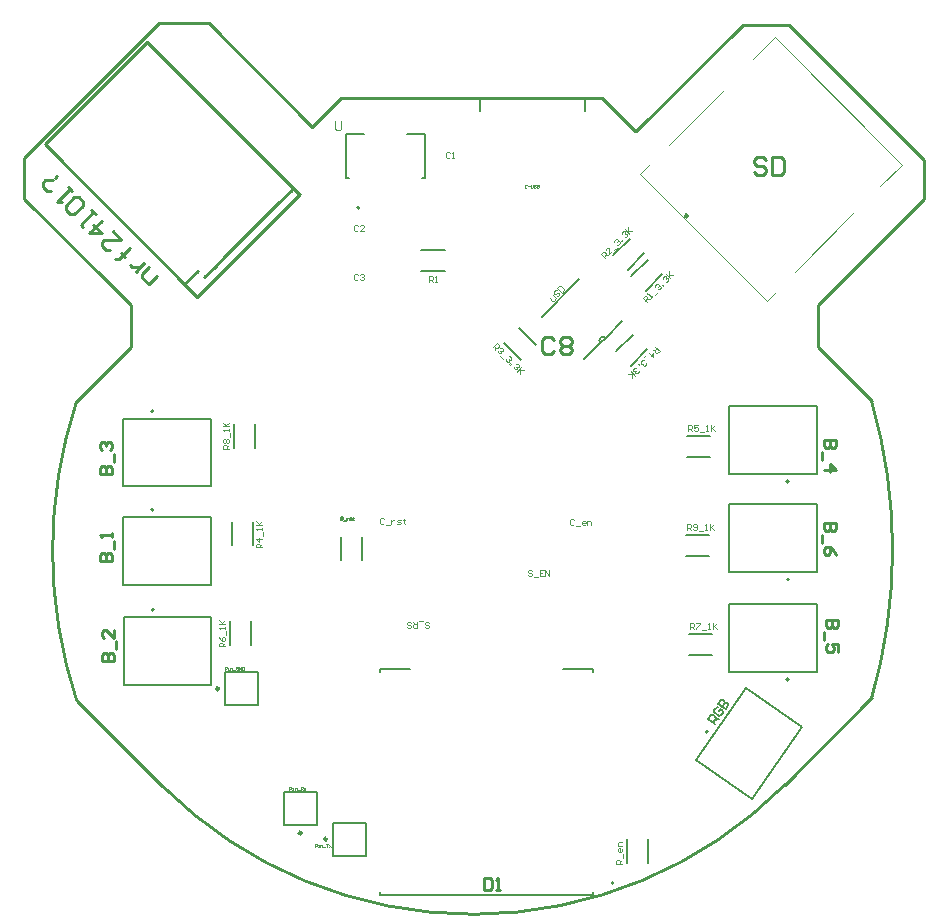
<source format=gbr>
%TF.GenerationSoftware,Altium Limited,Altium Designer,22.2.1 (43)*%
G04 Layer_Color=65535*
%FSLAX45Y45*%
%MOMM*%
%TF.SameCoordinates,E85C5352-B1E5-4D08-830E-0896481A3A09*%
%TF.FilePolarity,Positive*%
%TF.FileFunction,Legend,Top*%
%TF.Part,Single*%
G01*
G75*
%TA.AperFunction,NonConductor*%
%ADD69C,0.20000*%
%ADD70C,0.12700*%
%ADD71C,0.10160*%
%ADD72C,0.25400*%
%ADD73C,0.10000*%
%ADD95C,0.25000*%
%ADD96C,0.15240*%
%ADD97C,0.02540*%
%ADD98C,0.20320*%
%ADD99C,0.12540*%
D69*
X7710200Y8529640D02*
G03*
X7710200Y8529640I-10000J0D01*
G01*
X12406728Y6651558D02*
G03*
X12406728Y6651558I-10000J0D01*
G01*
X13091000Y8770300D02*
G03*
X13091000Y8770300I-10000J0D01*
G01*
X13094080Y7940560D02*
G03*
X13094080Y7940560I-10000J0D01*
G01*
X13091000Y7093900D02*
G03*
X13091000Y7093900I-10000J0D01*
G01*
X7710740Y9365300D02*
G03*
X7710740Y9365300I-10000J0D01*
G01*
X7715280Y7683820D02*
G03*
X7715280Y7683820I-10000J0D01*
G01*
X11607405Y5371540D02*
G03*
X11607405Y5371540I-10000J0D01*
G01*
X9455860Y11086680D02*
G03*
X9455860Y11086680I-10000J0D01*
G01*
X11366860Y11904580D02*
Y12019580D01*
X10472860D02*
X11366860D01*
X10472860Y11904580D02*
Y12019580D01*
X8318200Y6875480D02*
X8598200D01*
Y7155480D01*
X8318200D02*
X8598200D01*
X8318200Y6875480D02*
Y7155480D01*
X8813500Y5859480D02*
X9093500D01*
X8813500D02*
Y6139480D01*
X9093500D01*
Y5859480D02*
Y6139480D01*
X9234480Y5602280D02*
Y5882279D01*
X9514479D01*
Y5602280D02*
Y5882279D01*
X9234480Y5602280D02*
X9514479D01*
D70*
X8195198Y7892141D02*
Y8467141D01*
X7455200Y7892141D02*
X8195198D01*
X7455200D02*
Y8467141D01*
X8195198D01*
X8554822Y8228660D02*
Y8428660D01*
X8376818Y8228660D02*
Y8428660D01*
X9474300Y8101660D02*
Y8301660D01*
X9296300Y8101660D02*
Y8301660D01*
X12307397Y6415019D02*
X12731847Y7021190D01*
X12307397Y6415019D02*
X12778410Y6085210D01*
X13202859Y6691386D01*
X12731847Y7021190D02*
X13202859Y6691386D01*
X12586000Y8832799D02*
X13325998D01*
Y9407799D01*
X12586000D02*
X13325998D01*
X12586000Y8832799D02*
Y9407799D01*
X12589078Y8003062D02*
X13329082D01*
Y8578063D01*
X12589078D02*
X13329082D01*
X12589078Y8003062D02*
Y8578063D01*
X12586000Y7156399D02*
X13325998D01*
Y7731399D01*
X12586000D02*
X13325998D01*
X12586000Y7156399D02*
Y7731399D01*
X7455738Y9302801D02*
X8195742D01*
X7455738Y8727801D02*
Y9302801D01*
Y8727801D02*
X8195742D01*
Y9302801D01*
X7460280Y7621321D02*
X8200278D01*
X7460280Y7046321D02*
Y7621321D01*
Y7046321D02*
X8200278D01*
Y7621321D01*
X11432408Y5265542D02*
Y5295539D01*
X9632406Y5265542D02*
X11432408D01*
X9632406D02*
Y5295539D01*
X11432408Y7155541D02*
Y7185538D01*
X11181405D02*
X11432408D01*
X9632406D02*
X9883404D01*
X9632406Y7155541D02*
Y7185538D01*
X9338859Y11337981D02*
Y11709979D01*
X10010861Y11337981D02*
Y11709979D01*
X9338859Y11337981D02*
X9364858D01*
X9985858D02*
X10010861D01*
X9861860Y11709979D02*
X10010861D01*
X9338859D02*
X9498858D01*
X11752423Y9746955D02*
X11893845Y9888377D01*
X11626555Y9872823D02*
X11767977Y10014245D01*
X10807543Y10067585D02*
X10948965Y9926163D01*
X10681675Y9941717D02*
X10823097Y9800295D01*
X11879423Y10381955D02*
X12020845Y10523377D01*
X11753555Y10507823D02*
X11894977Y10649245D01*
X11727023Y10559755D02*
X11868445Y10701177D01*
X11601155Y10685623D02*
X11742577Y10827045D01*
X8392058Y9056700D02*
Y9256700D01*
X8570062Y9056700D02*
Y9256700D01*
X8359038Y7385380D02*
Y7585380D01*
X8537042Y7385380D02*
Y7585380D01*
X12227098Y9156802D02*
X12427102D01*
X12227098Y8978798D02*
X12427102D01*
X12244400Y7480402D02*
X12444400D01*
X12244400Y7302398D02*
X12444400D01*
X12219000Y8318602D02*
X12419000D01*
X12219000Y8140598D02*
X12419000D01*
X9976658Y10551058D02*
X10176662D01*
X9976658Y10729062D02*
X10176662D01*
X11900002Y5538800D02*
Y5738800D01*
X11721998Y5538800D02*
Y5738800D01*
X9298940Y8440420D02*
Y8465812D01*
X9311636D01*
X9315868Y8461580D01*
Y8453116D01*
X9311636Y8448884D01*
X9298940D01*
X9307404D02*
X9315868Y8440420D01*
X9324332Y8436188D02*
X9341260D01*
X9349724Y8457348D02*
Y8440420D01*
Y8448884D01*
X9353956Y8453116D01*
X9358188Y8457348D01*
X9362420D01*
X9375116Y8440420D02*
X9387812D01*
X9392043Y8444652D01*
X9387812Y8448884D01*
X9379348D01*
X9375116Y8453116D01*
X9379348Y8457348D01*
X9392043D01*
X9404739Y8461580D02*
Y8457348D01*
X9400507D01*
X9408972D01*
X9404739D01*
Y8444652D01*
X9408972Y8440420D01*
D71*
X9444023Y10516613D02*
X9435692Y10524944D01*
X9419031D01*
X9410700Y10516613D01*
Y10483291D01*
X9419031Y10474960D01*
X9435692D01*
X9444023Y10483291D01*
X9460684Y10516613D02*
X9469014Y10524944D01*
X9485675D01*
X9494006Y10516613D01*
Y10508283D01*
X9485675Y10499952D01*
X9477345D01*
X9485675D01*
X9494006Y10491621D01*
Y10483291D01*
X9485675Y10474960D01*
X9469014D01*
X9460684Y10483291D01*
X9446563Y10930633D02*
X9438232Y10938964D01*
X9421571D01*
X9413240Y10930633D01*
Y10897311D01*
X9421571Y10888980D01*
X9438232D01*
X9446563Y10897311D01*
X9496546Y10888980D02*
X9463224D01*
X9496546Y10922303D01*
Y10930633D01*
X9488215Y10938964D01*
X9471554D01*
X9463224Y10930633D01*
X10221263Y11550393D02*
X10212932Y11558724D01*
X10196271D01*
X10187940Y11550393D01*
Y11517071D01*
X10196271Y11508740D01*
X10212932D01*
X10221263Y11517071D01*
X10237924Y11508740D02*
X10254585D01*
X10246254D01*
Y11558724D01*
X10237924Y11550393D01*
X9660845Y8448547D02*
X9652514Y8456877D01*
X9635853D01*
X9627522Y8448547D01*
Y8415224D01*
X9635853Y8406894D01*
X9652514D01*
X9660845Y8415224D01*
X9677506Y8398563D02*
X9710828D01*
X9727490Y8440216D02*
Y8406894D01*
Y8423555D01*
X9735820Y8431885D01*
X9744151Y8440216D01*
X9752481D01*
X9777473Y8406894D02*
X9802465D01*
X9810796Y8415224D01*
X9802465Y8423555D01*
X9785804D01*
X9777473Y8431885D01*
X9785804Y8440216D01*
X9810796D01*
X9835788Y8448547D02*
Y8440216D01*
X9827457D01*
X9844118D01*
X9835788D01*
Y8415224D01*
X9844118Y8406894D01*
X11270086Y8443467D02*
X11261755Y8451797D01*
X11245094D01*
X11236763Y8443467D01*
Y8410144D01*
X11245094Y8401814D01*
X11261755D01*
X11270086Y8410144D01*
X11286747Y8393483D02*
X11320070D01*
X11361723Y8401814D02*
X11345061D01*
X11336731Y8410144D01*
Y8426805D01*
X11345061Y8435136D01*
X11361723D01*
X11370053Y8426805D01*
Y8418475D01*
X11336731D01*
X11386714Y8401814D02*
Y8435136D01*
X11411706D01*
X11420037Y8426805D01*
Y8401814D01*
D72*
X7787758Y6191670D02*
G03*
X13059306Y6202690I2630265J2641284D01*
G01*
X13792215Y6934185D02*
G03*
X13792215Y9448785I-4356488J1257300D01*
G01*
X7061200Y9448800D02*
G03*
X7062430Y6913548I3840667J-1265763D01*
G01*
X6790228Y11624193D02*
X7656718Y12490684D01*
X6790228Y11624193D02*
X8081264Y10333162D01*
X8230337Y10589997D02*
X8320136Y10679796D01*
X8140517Y10500177D02*
X8230321Y10589981D01*
X7973502Y10440924D02*
X8086639Y10554061D01*
X8320136Y10679796D02*
X8409940Y10769600D01*
X8499744Y10859404D01*
X8589543Y10949203D01*
X8679348Y11039008D01*
X8769152Y11128812D01*
X7656718Y12490684D02*
X8947470Y11199932D01*
X7972740Y10440731D02*
X8085877Y10553873D01*
X8769152Y11128812D02*
X8882289Y11241949D01*
X8081264Y10333162D02*
X8948755Y11200653D01*
X13792204Y6934175D02*
X13792215Y6934185D01*
X13790793Y6934175D02*
X13792204D01*
X13059308Y6202690D02*
X13790793Y6934175D01*
X7061200Y9448800D02*
X7518400Y9906000D01*
X13335001D02*
X13792215Y9448785D01*
X13335001Y9906000D02*
Y10261600D01*
X7518400Y9906000D02*
Y10261600D01*
X7065223Y6912823D02*
X7787757Y6191672D01*
X7315180Y10464820D02*
X7518400Y10261600D01*
X6616700Y11163300D02*
X7315180Y10464820D01*
X6616700Y11163300D02*
Y11176000D01*
Y11506200D01*
X7759670Y12649170D01*
X7759700Y12649200D02*
X7772400D01*
X8178800D01*
X13093700Y12636500D02*
X14236700Y11493500D01*
Y11163300D02*
Y11493500D01*
X12700000Y12636500D02*
X13093700D01*
X13335001Y10261600D02*
X14236700Y11163300D01*
X11798300Y11734800D02*
X12700000Y12636500D01*
X11785600Y11734800D02*
X11798300D01*
X11506200Y12014200D02*
X11785600Y11734800D01*
X9296400Y12014200D02*
X11506200D01*
X9055100Y11772900D02*
X9296400Y12014200D01*
X8178800Y12649200D02*
X9055100Y11772900D01*
X11102307Y9971999D02*
X11076915Y9997391D01*
X11026132D01*
X11000740Y9971999D01*
Y9870432D01*
X11026132Y9845040D01*
X11076915D01*
X11102307Y9870432D01*
X11153091Y9971999D02*
X11178483Y9997391D01*
X11229266D01*
X11254658Y9971999D01*
Y9946607D01*
X11229266Y9921215D01*
X11254658Y9895823D01*
Y9870432D01*
X11229266Y9845040D01*
X11178483D01*
X11153091Y9870432D01*
Y9895823D01*
X11178483Y9921215D01*
X11153091Y9946607D01*
Y9971999D01*
X11178483Y9921215D02*
X11229266D01*
X10511389Y5410184D02*
Y5308617D01*
X10562172D01*
X10579100Y5325544D01*
Y5393256D01*
X10562172Y5410184D01*
X10511389D01*
X10612956Y5308617D02*
X10646812D01*
X10629884D01*
Y5410184D01*
X10612956Y5393256D01*
X7742914Y10510574D02*
X7671095Y10438755D01*
X7617231Y10492619D01*
Y10528528D01*
X7671095Y10582392D01*
X7563367Y10546483D02*
X7635186Y10618302D01*
X7599277Y10582392D01*
X7563367D01*
X7527458D01*
X7509503Y10600347D01*
Y10743985D02*
X7419729Y10654211D01*
X7455639Y10690121D01*
X7473594Y10672166D01*
X7437684Y10708075D01*
X7455639Y10690121D01*
X7419729Y10654211D01*
X7383820Y10654211D01*
X7365865Y10887622D02*
X7437684Y10815804D01*
X7294046D01*
X7276092Y10797849D01*
Y10761939D01*
X7312001Y10726030D01*
X7347911D01*
X7276092Y10977396D02*
X7168364Y10869668D01*
X7276092D01*
X7204273Y10941487D01*
X7222228Y11031260D02*
X7186318Y11067169D01*
X7204273Y11049215D01*
X7096545Y10941487D01*
X7114500Y10923532D01*
X7042681Y11031260D02*
X7006771D01*
X6970862Y11067169D01*
Y11103079D01*
X7042681Y11174898D01*
X7078590D01*
X7114500Y11138988D01*
Y11103079D01*
X7042681Y11031260D01*
X7024726Y11228762D02*
X6988817Y11264671D01*
X7006771Y11246716D01*
X6899043Y11138988D01*
X6934953D01*
X6845179Y11228762D02*
X6809270D01*
X6773360Y11264671D01*
Y11300581D01*
X6791315Y11318535D01*
X6863134D01*
X6881089Y11336490D02*
X6899043Y11354444D01*
X13490768Y8420903D02*
X13389201D01*
Y8370119D01*
X13406128Y8353191D01*
X13423056D01*
X13439984Y8370119D01*
Y8420903D01*
Y8370119D01*
X13456912Y8353191D01*
X13473840D01*
X13490768Y8370119D01*
Y8420903D01*
X13372273Y8319335D02*
Y8251624D01*
X13490768Y8150057D02*
X13473840Y8183913D01*
X13439984Y8217768D01*
X13406128D01*
X13389201Y8200840D01*
Y8166985D01*
X13406128Y8150057D01*
X13423056D01*
X13439984Y8166985D01*
Y8217768D01*
X13506007Y7597943D02*
X13404440D01*
Y7547159D01*
X13421368Y7530231D01*
X13438297D01*
X13455225Y7547159D01*
Y7597943D01*
Y7547159D01*
X13472153Y7530231D01*
X13489079D01*
X13506007Y7547159D01*
Y7597943D01*
X13387514Y7496375D02*
Y7428664D01*
X13506007Y7327097D02*
Y7394808D01*
X13455225D01*
X13472153Y7360953D01*
Y7344025D01*
X13455225Y7327097D01*
X13421368D01*
X13404440Y7344025D01*
Y7377880D01*
X13421368Y7394808D01*
X13488228Y9121943D02*
X13386661D01*
Y9071159D01*
X13403587Y9054231D01*
X13420515D01*
X13437444Y9071159D01*
Y9121943D01*
Y9071159D01*
X13454372Y9054231D01*
X13471300D01*
X13488228Y9071159D01*
Y9121943D01*
X13369733Y9020375D02*
Y8952664D01*
X13386661Y8868025D02*
X13488228D01*
X13437444Y8918808D01*
Y8851097D01*
X7255952Y8833317D02*
X7357519D01*
Y8884100D01*
X7340592Y8901028D01*
X7323664D01*
X7306736Y8884100D01*
Y8833317D01*
Y8884100D01*
X7289808Y8901028D01*
X7272880D01*
X7255952Y8884100D01*
Y8833317D01*
X7374447Y8934884D02*
Y9002595D01*
X7272880Y9036451D02*
X7255952Y9053379D01*
Y9087235D01*
X7272880Y9104163D01*
X7289808D01*
X7306736Y9087235D01*
Y9070307D01*
Y9087235D01*
X7323664Y9104163D01*
X7340592D01*
X7357519Y9087235D01*
Y9053379D01*
X7340592Y9036451D01*
X7276272Y7245817D02*
X7377839D01*
Y7296600D01*
X7360912Y7313528D01*
X7343984D01*
X7327056Y7296600D01*
Y7245817D01*
Y7296600D01*
X7310128Y7313528D01*
X7293200D01*
X7276272Y7296600D01*
Y7245817D01*
X7394767Y7347384D02*
Y7415095D01*
X7377839Y7516663D02*
Y7448951D01*
X7310128Y7516663D01*
X7293200D01*
X7276272Y7499735D01*
Y7465879D01*
X7293200Y7448951D01*
X7255952Y8093325D02*
X7357519D01*
Y8144108D01*
X7340591Y8161036D01*
X7323664D01*
X7306736Y8144108D01*
Y8093325D01*
Y8144108D01*
X7289808Y8161036D01*
X7272880D01*
X7255952Y8144108D01*
Y8093325D01*
X7374447Y8194892D02*
Y8262603D01*
X7357519Y8296459D02*
Y8330315D01*
Y8313387D01*
X7255952D01*
X7272880Y8296459D01*
X12897377Y11488985D02*
X12871985Y11514377D01*
X12821201D01*
X12795810Y11488985D01*
Y11463593D01*
X12821201Y11438201D01*
X12871985D01*
X12897377Y11412810D01*
Y11387418D01*
X12871985Y11362026D01*
X12821201D01*
X12795810Y11387418D01*
X12948160Y11514377D02*
Y11362026D01*
X13024336D01*
X13049728Y11387418D01*
Y11488985D01*
X13024336Y11514377D01*
X12948160D01*
D73*
X12788910Y12344725D02*
X12974371Y12530181D01*
X13866013Y11267623D02*
X14051468Y11453078D01*
X12974371Y12530181D02*
X14051468Y11453078D01*
X13140715Y10546924D02*
X13635690Y11041898D01*
X12907372Y10299436D02*
X12985152Y10377216D01*
X11832570Y11374237D02*
X12907372Y10299436D01*
X12072986Y11614653D02*
X12539675Y12081342D01*
X11832570Y11374237D02*
X11917421Y11459088D01*
X12231937Y8361174D02*
Y8411157D01*
X12256928D01*
X12265259Y8402827D01*
Y8386165D01*
X12256928Y8377835D01*
X12231937D01*
X12248598D02*
X12265259Y8361174D01*
X12281920Y8369504D02*
X12290251Y8361174D01*
X12306912D01*
X12315243Y8369504D01*
Y8402827D01*
X12306912Y8411157D01*
X12290251D01*
X12281920Y8402827D01*
Y8394496D01*
X12290251Y8386165D01*
X12315243D01*
X12331904Y8352843D02*
X12365226D01*
X12381888Y8361174D02*
X12398549D01*
X12390218D01*
Y8411157D01*
X12381888Y8402827D01*
X12423541Y8411157D02*
Y8361174D01*
Y8377835D01*
X12456863Y8411157D01*
X12431872Y8386165D01*
X12456863Y8361174D01*
X8349486Y9044237D02*
X8299503D01*
Y9069229D01*
X8307833Y9077559D01*
X8324494D01*
X8332825Y9069229D01*
Y9044237D01*
Y9060898D02*
X8349486Y9077559D01*
X8307833Y9094221D02*
X8299503Y9102551D01*
Y9119212D01*
X8307833Y9127543D01*
X8316164D01*
X8324494Y9119212D01*
X8332825Y9127543D01*
X8341156D01*
X8349486Y9119212D01*
Y9102551D01*
X8341156Y9094221D01*
X8332825D01*
X8324494Y9102551D01*
X8316164Y9094221D01*
X8307833D01*
X8324494Y9102551D02*
Y9119212D01*
X8357817Y9144204D02*
Y9177527D01*
X8349486Y9194188D02*
Y9210849D01*
Y9202519D01*
X8299503D01*
X8307833Y9194188D01*
X8299503Y9235841D02*
X8349486D01*
X8332825D01*
X8299503Y9269164D01*
X8324494Y9244172D01*
X8349486Y9269164D01*
X12257337Y7522974D02*
Y7572957D01*
X12282328D01*
X12290659Y7564627D01*
Y7547965D01*
X12282328Y7539635D01*
X12257337D01*
X12273998D02*
X12290659Y7522974D01*
X12307320Y7572957D02*
X12340643D01*
Y7564627D01*
X12307320Y7531304D01*
Y7522974D01*
X12357304Y7514643D02*
X12390626D01*
X12407288Y7522974D02*
X12423949D01*
X12415618D01*
Y7572957D01*
X12407288Y7564627D01*
X12448941Y7572957D02*
Y7522974D01*
Y7539635D01*
X12482263Y7572957D01*
X12457272Y7547965D01*
X12482263Y7522974D01*
X8316466Y7372917D02*
X8266482D01*
Y7397908D01*
X8274813Y7406239D01*
X8291474D01*
X8299805Y7397908D01*
Y7372917D01*
Y7389578D02*
X8316466Y7406239D01*
X8266482Y7456223D02*
X8274813Y7439561D01*
X8291474Y7422900D01*
X8308135D01*
X8316466Y7431231D01*
Y7447892D01*
X8308135Y7456223D01*
X8299805D01*
X8291474Y7447892D01*
Y7422900D01*
X8324796Y7472884D02*
Y7506206D01*
X8316466Y7522868D02*
Y7539529D01*
Y7531198D01*
X8266482D01*
X8274813Y7522868D01*
X8266482Y7564521D02*
X8316466D01*
X8299805D01*
X8266482Y7597843D01*
X8291474Y7572852D01*
X8316466Y7597843D01*
X12240037Y9199374D02*
Y9249357D01*
X12265029D01*
X12273359Y9241027D01*
Y9224365D01*
X12265029Y9216035D01*
X12240037D01*
X12256698D02*
X12273359Y9199374D01*
X12323343Y9249357D02*
X12290020D01*
Y9224365D01*
X12306682Y9232696D01*
X12315012D01*
X12323343Y9224365D01*
Y9207704D01*
X12315012Y9199374D01*
X12298351D01*
X12290020Y9207704D01*
X12340004Y9191043D02*
X12373327D01*
X12389988Y9199374D02*
X12406649D01*
X12398318D01*
Y9249357D01*
X12389988Y9241027D01*
X12431641Y9249357D02*
Y9199374D01*
Y9216035D01*
X12464963Y9249357D01*
X12439972Y9224365D01*
X12464963Y9199374D01*
X8633966Y8211117D02*
X8583983D01*
Y8236109D01*
X8592313Y8244439D01*
X8608974D01*
X8617305Y8236109D01*
Y8211117D01*
Y8227778D02*
X8633966Y8244439D01*
Y8286092D02*
X8583983D01*
X8608974Y8261101D01*
Y8294423D01*
X8642297Y8311084D02*
Y8344407D01*
X8633966Y8361068D02*
Y8377729D01*
Y8369399D01*
X8583983D01*
X8592313Y8361068D01*
X8583983Y8402721D02*
X8633966D01*
X8617305D01*
X8583983Y8436044D01*
X8608974Y8411052D01*
X8633966Y8436044D01*
X11961940Y9908594D02*
X11997284Y9873250D01*
X11979612Y9855578D01*
X11967831Y9855578D01*
X11956049Y9867359D01*
Y9879141D01*
X11973722Y9896812D01*
X11961940Y9885031D02*
X11938378Y9885031D01*
X11908925Y9855578D02*
X11944268Y9820234D01*
Y9855578D01*
X11920706Y9832015D01*
X11885362Y9843797D02*
X11861799Y9820234D01*
X11885362Y9773109D02*
X11885362Y9761328D01*
X11873581Y9749547D01*
X11861800Y9749546D01*
X11855909Y9755437D01*
Y9767218D01*
X11861800Y9773109D01*
X11855909Y9767218D01*
X11844127D01*
X11838237Y9773109D01*
Y9784890D01*
X11850018Y9796672D01*
X11861800D01*
X11820565Y9767218D02*
X11826456Y9761328D01*
X11820565Y9755437D01*
X11814674Y9761328D01*
X11820565Y9767218D01*
Y9708312D02*
X11820565Y9696531D01*
X11808784Y9684749D01*
X11797003D01*
X11791112Y9690640D01*
Y9702422D01*
X11797003Y9708312D01*
X11791112Y9702422D01*
X11779331D01*
X11773440Y9708312D01*
Y9720093D01*
X11785221Y9731875D01*
X11797003D01*
X11791112Y9667078D02*
X11755768Y9702422D01*
X11767549Y9690640D01*
Y9643515D01*
Y9678859D01*
X11732206D01*
X10584126Y9907081D02*
X10619470Y9942424D01*
X10637142Y9924752D01*
X10637142Y9912971D01*
X10625361Y9901190D01*
X10613579D01*
X10595907Y9918862D01*
X10607688Y9907081D02*
X10607689Y9883518D01*
X10648923Y9901190D02*
X10660704Y9901190D01*
X10672486Y9889409D01*
Y9877627D01*
X10666595Y9871737D01*
X10654814D01*
X10648923Y9877627D01*
X10654814Y9871737D01*
Y9859955D01*
X10648923Y9854065D01*
X10637142D01*
X10625361Y9865846D01*
Y9877627D01*
X10648923Y9830502D02*
X10672486Y9806940D01*
X10719611Y9830503D02*
X10731392Y9830502D01*
X10743173Y9818721D01*
X10743173Y9806940D01*
X10737283Y9801049D01*
X10725501D01*
X10719611Y9806940D01*
X10725501Y9801049D01*
Y9789268D01*
X10719611Y9783377D01*
X10707829D01*
X10696048Y9795158D01*
Y9806940D01*
X10725501Y9765705D02*
X10731392Y9771596D01*
X10737283Y9765705D01*
X10731392Y9759815D01*
X10725501Y9765705D01*
X10784408D02*
X10796189Y9765705D01*
X10807970Y9753924D01*
Y9742143D01*
X10802080Y9736252D01*
X10790298D01*
X10784408Y9742143D01*
X10790298Y9736252D01*
Y9724471D01*
X10784408Y9718580D01*
X10772626D01*
X10760845Y9730362D01*
Y9742143D01*
X10825642Y9736252D02*
X10790298Y9700908D01*
X10802079Y9712689D01*
X10849205D01*
X10813861D01*
Y9677346D01*
X11535876Y10662589D02*
X11500532Y10697933D01*
X11518205Y10715605D01*
X11529986Y10715605D01*
X11541767Y10703823D01*
Y10692042D01*
X11524095Y10674370D01*
X11535876Y10686151D02*
X11559439Y10686152D01*
X11594783Y10721495D02*
X11571220Y10697933D01*
Y10745058D01*
X11565329Y10750949D01*
X11553548D01*
X11541767Y10739167D01*
X11541767Y10727386D01*
X11612455D02*
X11636017Y10750949D01*
X11612454Y10798074D02*
X11612455Y10809855D01*
X11624236Y10821636D01*
X11636017Y10821636D01*
X11641908Y10815745D01*
Y10803964D01*
X11636017Y10798073D01*
X11641908Y10803964D01*
X11653689D01*
X11659580Y10798074D01*
Y10786292D01*
X11647798Y10774511D01*
X11636017D01*
X11677251Y10803964D02*
X11671361Y10809855D01*
X11677251Y10815745D01*
X11683142Y10809855D01*
X11677251Y10803964D01*
Y10862871D02*
X11677252Y10874652D01*
X11689033Y10886433D01*
X11700814D01*
X11706705Y10880543D01*
Y10868761D01*
X11700814Y10862871D01*
X11706705Y10868761D01*
X11718486D01*
X11724377Y10862871D01*
Y10851089D01*
X11712595Y10839308D01*
X11700814D01*
X11706705Y10904105D02*
X11742048Y10868761D01*
X11730267Y10880542D01*
Y10927668D01*
Y10892324D01*
X11765611D01*
X11888787Y10290169D02*
X11853444Y10325512D01*
X11871116Y10343184D01*
X11882897Y10343185D01*
X11894678Y10331403D01*
Y10319622D01*
X11877006Y10301950D01*
X11888787Y10313731D02*
X11912350Y10313731D01*
X11924131Y10325512D02*
X11935912Y10337294D01*
X11930022Y10331403D01*
X11894678Y10366747D01*
X11894678Y10354966D01*
X11959475Y10349075D02*
X11983038Y10372638D01*
X11959475Y10419763D02*
X11959475Y10431544D01*
X11971256Y10443325D01*
X11983038Y10443325D01*
X11988928Y10437435D01*
Y10425653D01*
X11983038Y10419762D01*
X11988928Y10425653D01*
X12000710D01*
X12006600Y10419763D01*
Y10407981D01*
X11994819Y10396200D01*
X11983038D01*
X12024272Y10425653D02*
X12018381Y10431544D01*
X12024272Y10437435D01*
X12030163Y10431544D01*
X12024272Y10425653D01*
Y10484560D02*
X12024272Y10496341D01*
X12036053Y10508122D01*
X12047835D01*
X12053725Y10502232D01*
Y10490450D01*
X12047835Y10484560D01*
X12053725Y10490450D01*
X12065507D01*
X12071397Y10484560D01*
Y10472778D01*
X12059616Y10460997D01*
X12047835D01*
X12053725Y10525794D02*
X12089069Y10490450D01*
X12077288Y10502231D01*
Y10549357D01*
Y10514013D01*
X12112632D01*
X10008314Y7535673D02*
X10016645Y7527343D01*
X10033306D01*
X10041637Y7535673D01*
Y7544004D01*
X10033306Y7552335D01*
X10016645D01*
X10008314Y7560665D01*
Y7568996D01*
X10016645Y7577326D01*
X10033306D01*
X10041637Y7568996D01*
X9991653Y7585657D02*
X9958330D01*
X9941669Y7577326D02*
Y7527343D01*
X9916677D01*
X9908347Y7535673D01*
Y7552335D01*
X9916677Y7560665D01*
X9941669D01*
X9925008D02*
X9908347Y7577326D01*
X9858363Y7535673D02*
X9866694Y7527343D01*
X9883355D01*
X9891686Y7535673D01*
Y7544004D01*
X9883355Y7552335D01*
X9866694D01*
X9858363Y7560665D01*
Y7568996D01*
X9866694Y7577326D01*
X9883355D01*
X9891686Y7568996D01*
X10914486Y8009127D02*
X10906155Y8017457D01*
X10889494D01*
X10881163Y8009127D01*
Y8000796D01*
X10889494Y7992465D01*
X10906155D01*
X10914486Y7984135D01*
Y7975804D01*
X10906155Y7967474D01*
X10889494D01*
X10881163Y7975804D01*
X10931147Y7959143D02*
X10964470D01*
X11014453Y8017457D02*
X10981131D01*
Y7967474D01*
X11014453D01*
X10981131Y7992465D02*
X10997792D01*
X11031114Y7967474D02*
Y8017457D01*
X11064437Y7967474D01*
Y8017457D01*
X11679426Y5534463D02*
X11629443D01*
Y5559455D01*
X11637773Y5567786D01*
X11654435D01*
X11662765Y5559455D01*
Y5534463D01*
Y5551125D02*
X11679426Y5567786D01*
X11687757Y5584447D02*
Y5617770D01*
X11679426Y5659423D02*
Y5642761D01*
X11671096Y5634431D01*
X11654435D01*
X11646104Y5642761D01*
Y5659423D01*
X11654435Y5667753D01*
X11662765D01*
Y5634431D01*
X11679426Y5684414D02*
X11646104D01*
Y5709406D01*
X11654435Y5717737D01*
X11679426D01*
X10043338Y10462668D02*
Y10512652D01*
X10068330D01*
X10076660Y10504321D01*
Y10487660D01*
X10068330Y10479329D01*
X10043338D01*
X10059999D02*
X10076660Y10462668D01*
X10093321D02*
X10109983D01*
X10101652D01*
Y10512652D01*
X10093321Y10504321D01*
D95*
X8265700Y7015480D02*
G03*
X8265700Y7015480I-12500J0D01*
G01*
X8966000Y5794480D02*
G03*
X8966000Y5794480I-12500J0D01*
G01*
X9181980Y5742280D02*
G03*
X9181980Y5742280I-12500J0D01*
G01*
X12236858Y11017766D02*
G03*
X12236858Y11017766I-12500J0D01*
G01*
D96*
X11539718Y9986707D02*
G03*
X11496613Y9943602I-21553J-21553D01*
G01*
X11539718Y9986706D02*
X11678016Y10125004D01*
X11496614Y9943602D02*
X11539718Y9986706D01*
X11358316Y9805304D02*
X11496614Y9943602D01*
X10999104Y10164516D02*
X11318804Y10484216D01*
D97*
X10872060Y11275904D02*
X10867828Y11280136D01*
X10859364D01*
X10855132Y11275904D01*
Y11258976D01*
X10859364Y11254744D01*
X10867828D01*
X10872060Y11258976D01*
X10880524Y11267440D02*
X10897452D01*
X10905916Y11280136D02*
Y11258976D01*
X10910148Y11254744D01*
X10918612D01*
X10922844Y11258976D01*
Y11280136D01*
X10948236Y11275904D02*
X10944004Y11280136D01*
X10935540D01*
X10931308Y11275904D01*
Y11271672D01*
X10935540Y11267440D01*
X10944004D01*
X10948236Y11263208D01*
Y11258976D01*
X10944004Y11254744D01*
X10935540D01*
X10931308Y11258976D01*
X10956700Y11280136D02*
Y11254744D01*
X10969396D01*
X10973628Y11258976D01*
Y11263208D01*
X10969396Y11267440D01*
X10956700D01*
X10969396D01*
X10973628Y11271672D01*
Y11275904D01*
X10969396Y11280136D01*
X10956700D01*
X8314717Y7177620D02*
Y7203012D01*
X8327413D01*
X8331645Y7198780D01*
Y7190316D01*
X8327413Y7186084D01*
X8314717D01*
X8340109Y7177620D02*
X8348573D01*
X8344340D01*
Y7194548D01*
X8340109D01*
X8361268Y7177620D02*
Y7194548D01*
X8373964D01*
X8378196Y7190316D01*
Y7177620D01*
X8386660Y7173388D02*
X8403588D01*
X8428980Y7198780D02*
X8424748Y7203012D01*
X8416284D01*
X8412052Y7198780D01*
Y7181852D01*
X8416284Y7177620D01*
X8424748D01*
X8428980Y7181852D01*
Y7190316D01*
X8420516D01*
X8437444Y7177620D02*
Y7203012D01*
X8454372Y7177620D01*
Y7203012D01*
X8462836D02*
Y7177620D01*
X8475532D01*
X8479764Y7181852D01*
Y7198780D01*
X8475532Y7203012D01*
X8462836D01*
X11069640Y10319986D02*
X11088160Y10301466D01*
X11100507D01*
X11119027Y10319986D01*
X11094333Y10344680D01*
X11125200Y10387894D02*
X11112853D01*
X11100507Y10375547D01*
Y10363200D01*
X11106680Y10357027D01*
X11119027D01*
X11131373Y10369373D01*
X11143720D01*
X11149894Y10363200D01*
Y10350853D01*
X11137547Y10338507D01*
X11125200D01*
X11131373Y10406414D02*
X11168414Y10369373D01*
X11186934Y10387894D01*
Y10400240D01*
X11162240Y10424934D01*
X11149894D01*
X11131373Y10406414D01*
X9080353Y5676647D02*
Y5701639D01*
X9092849D01*
X9097014Y5697473D01*
Y5689143D01*
X9092849Y5684977D01*
X9080353D01*
X9105345Y5676647D02*
X9113675D01*
X9109510D01*
Y5693308D01*
X9105345D01*
X9126171Y5676647D02*
Y5693308D01*
X9138667D01*
X9142832Y5689143D01*
Y5676647D01*
X9151163Y5672481D02*
X9167824D01*
X9176155Y5701639D02*
X9192816D01*
X9184485D01*
Y5676647D01*
X9201146Y5693308D02*
X9217808Y5676647D01*
X9209477Y5684977D01*
X9217808Y5693308D01*
X9201146Y5676647D01*
X8861913Y6161787D02*
Y6186779D01*
X8874409D01*
X8878574Y6182613D01*
Y6174283D01*
X8874409Y6170117D01*
X8861913D01*
X8886905Y6161787D02*
X8895235D01*
X8891070D01*
Y6178448D01*
X8886905D01*
X8907731Y6161787D02*
Y6178448D01*
X8920227D01*
X8924392Y6174283D01*
Y6161787D01*
X8932723Y6157621D02*
X8949384D01*
X8957715Y6161787D02*
Y6186779D01*
X8970211D01*
X8974376Y6182613D01*
Y6174283D01*
X8970211Y6170117D01*
X8957715D01*
X8966045D02*
X8974376Y6161787D01*
X8982706Y6178448D02*
X8999368Y6161787D01*
X8991037Y6170117D01*
X8999368Y6178448D01*
X8982706Y6161787D01*
D98*
X12469743Y6717395D02*
X12407344Y6761087D01*
X12429190Y6792287D01*
X12446872Y6795405D01*
X12467672Y6780841D01*
X12470790Y6763159D01*
X12448943Y6731959D01*
X12463507Y6752759D02*
X12498871Y6758994D01*
X12490565Y6857804D02*
X12472883Y6854686D01*
X12458318Y6833887D01*
X12461436Y6816205D01*
X12503036Y6787076D01*
X12520718Y6790194D01*
X12535282Y6810994D01*
X12532164Y6828676D01*
X12511364Y6843240D01*
X12496800Y6822440D01*
X12494729Y6885886D02*
X12557128Y6842193D01*
X12578974Y6873393D01*
X12575856Y6891075D01*
X12565456Y6898357D01*
X12547774Y6895239D01*
X12525928Y6864040D01*
X12547774Y6895239D01*
X12544657Y6912921D01*
X12534257Y6920203D01*
X12516575Y6917085D01*
X12494729Y6885886D01*
D99*
X9249422Y11823047D02*
Y11756402D01*
X9262751Y11743073D01*
X9289409D01*
X9302738Y11756402D01*
Y11823047D01*
%TF.MD5,632d92859fbf21837a6fdd6ff2cb781c*%
M02*

</source>
